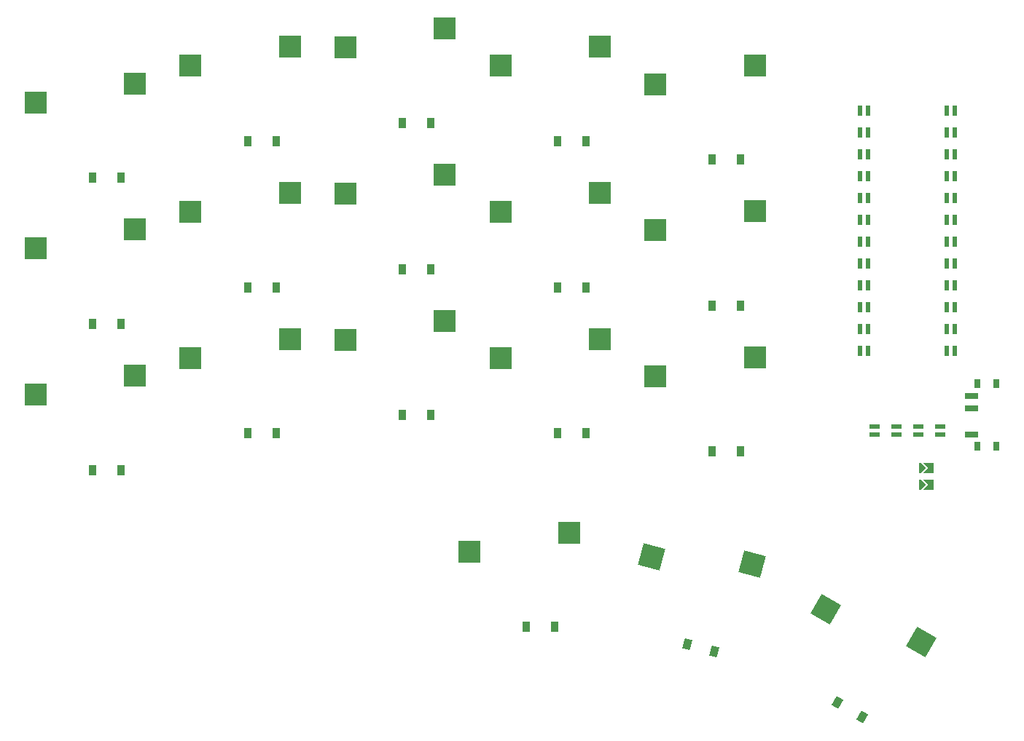
<source format=gbr>
%TF.GenerationSoftware,KiCad,Pcbnew,8.0.1*%
%TF.CreationDate,2024-12-01T01:33:27+09:00*%
%TF.ProjectId,corney_island_wireless_autorouted,636f726e-6579-45f6-9973-6c616e645f77,0.2*%
%TF.SameCoordinates,Original*%
%TF.FileFunction,Paste,Top*%
%TF.FilePolarity,Positive*%
%FSLAX46Y46*%
G04 Gerber Fmt 4.6, Leading zero omitted, Abs format (unit mm)*
G04 Created by KiCad (PCBNEW 8.0.1) date 2024-12-01 01:33:27*
%MOMM*%
%LPD*%
G01*
G04 APERTURE LIST*
G04 Aperture macros list*
%AMRotRect*
0 Rectangle, with rotation*
0 The origin of the aperture is its center*
0 $1 length*
0 $2 width*
0 $3 Rotation angle, in degrees counterclockwise*
0 Add horizontal line*
21,1,$1,$2,0,0,$3*%
%AMFreePoly0*
4,1,6,0.600000,-1.000000,0.000000,-0.400000,-0.600000,-1.000000,-0.600000,0.250000,0.600000,0.250000,0.600000,-1.000000,0.600000,-1.000000,$1*%
%AMFreePoly1*
4,1,6,0.600000,-0.200000,0.600000,-0.400000,-0.600000,-0.400000,-0.600000,-0.200000,0.000000,0.400000,0.600000,-0.200000,0.600000,-0.200000,$1*%
G04 Aperture macros list end*
%ADD10R,0.900000X1.200000*%
%ADD11R,2.600000X2.600000*%
%ADD12R,0.600000X1.200000*%
%ADD13RotRect,2.600000X2.600000X330.000000*%
%ADD14R,0.800000X1.000000*%
%ADD15R,1.500000X0.700000*%
%ADD16RotRect,0.900000X1.200000X150.000000*%
%ADD17RotRect,0.900000X1.200000X165.000000*%
%ADD18RotRect,2.600000X2.600000X345.000000*%
%ADD19FreePoly0,270.000000*%
%ADD20FreePoly1,270.000000*%
%ADD21R,1.200000X0.600000*%
G04 APERTURE END LIST*
D10*
%TO.C,D27*%
X137650000Y-64625000D03*
X134350000Y-64625000D03*
%TD*%
D11*
%TO.C,S29*%
X157275000Y-72800000D03*
X145725000Y-75000000D03*
%TD*%
%TO.C,S25*%
X139275000Y-87675000D03*
X127725000Y-89875000D03*
%TD*%
D12*
%TO.C,MCU1*%
X187520000Y-91110000D03*
X198480000Y-91110000D03*
X187520000Y-88570000D03*
X198480000Y-88570000D03*
X187520000Y-86030000D03*
X198480000Y-86030000D03*
X187520000Y-83490000D03*
X198480000Y-83490000D03*
X187520000Y-80950000D03*
X198480000Y-80950000D03*
X187520000Y-78410000D03*
X198480000Y-78410000D03*
X187520000Y-75870000D03*
X198480000Y-75870000D03*
X187520000Y-73330000D03*
X198480000Y-73330000D03*
X187520000Y-70790000D03*
X198480000Y-70790000D03*
X187520000Y-68250000D03*
X198480000Y-68250000D03*
X187520000Y-65710000D03*
X198480000Y-65710000D03*
X187520000Y-63170000D03*
X198480000Y-63170000D03*
X197580000Y-63170000D03*
X197580000Y-65710000D03*
X197580000Y-68250000D03*
X197580000Y-70790000D03*
X197580000Y-73330000D03*
X197580000Y-75870000D03*
X197580000Y-78410000D03*
X197580000Y-80950000D03*
X197580000Y-83490000D03*
X197580000Y-86030000D03*
X197580000Y-88570000D03*
X197580000Y-91110000D03*
X188420000Y-91110000D03*
X188420000Y-88570000D03*
X188420000Y-86030000D03*
X188420000Y-83490000D03*
X188420000Y-80950000D03*
X188420000Y-78410000D03*
X188420000Y-75870000D03*
X188420000Y-73330000D03*
X188420000Y-70790000D03*
X188420000Y-68250000D03*
X188420000Y-65710000D03*
X188420000Y-63170000D03*
%TD*%
D10*
%TO.C,D32*%
X173650000Y-85875000D03*
X170350000Y-85875000D03*
%TD*%
%TO.C,D30*%
X155650000Y-66750000D03*
X152350000Y-66750000D03*
%TD*%
D11*
%TO.C,S21*%
X103275000Y-60050000D03*
X91725000Y-62250000D03*
%TD*%
D10*
%TO.C,D19*%
X101650000Y-105000000D03*
X98350000Y-105000000D03*
%TD*%
%TO.C,D26*%
X137650000Y-81625000D03*
X134350000Y-81625000D03*
%TD*%
D13*
%TO.C,S36*%
X194642133Y-125057149D03*
X183539540Y-121187405D03*
%TD*%
D11*
%TO.C,S22*%
X121275000Y-89800000D03*
X109725000Y-92000000D03*
%TD*%
%TO.C,S31*%
X175275000Y-91925000D03*
X163725000Y-94125000D03*
%TD*%
D10*
%TO.C,D33*%
X173650000Y-68875000D03*
X170350000Y-68875000D03*
%TD*%
D14*
%TO.C,PWR1*%
X201115000Y-94975000D03*
X201115000Y-102275000D03*
X203325000Y-94975000D03*
X203325000Y-102275000D03*
D15*
X200465000Y-100875000D03*
X200465000Y-97875000D03*
X200465000Y-96375000D03*
%TD*%
D11*
%TO.C,S26*%
X139275000Y-70675000D03*
X127725000Y-72875000D03*
%TD*%
D10*
%TO.C,D20*%
X101650000Y-88000000D03*
X98350000Y-88000000D03*
%TD*%
D11*
%TO.C,S32*%
X175275000Y-74925000D03*
X163725000Y-77125000D03*
%TD*%
D10*
%TO.C,D21*%
X101650000Y-71000000D03*
X98350000Y-71000000D03*
%TD*%
%TO.C,D31*%
X173650000Y-102875000D03*
X170350000Y-102875000D03*
%TD*%
D16*
%TO.C,D36*%
X187759842Y-133727700D03*
X184901958Y-132077700D03*
%TD*%
D10*
%TO.C,D28*%
X155650000Y-100750000D03*
X152350000Y-100750000D03*
%TD*%
%TO.C,D29*%
X155650000Y-83750000D03*
X152350000Y-83750000D03*
%TD*%
D17*
%TO.C,D35*%
X170592978Y-126150650D03*
X167405422Y-125296550D03*
%TD*%
D10*
%TO.C,D23*%
X119650000Y-83750000D03*
X116350000Y-83750000D03*
%TD*%
D11*
%TO.C,S27*%
X139275000Y-53675000D03*
X127725000Y-55875000D03*
%TD*%
D10*
%TO.C,D22*%
X119650000Y-100750000D03*
X116350000Y-100750000D03*
%TD*%
D11*
%TO.C,S33*%
X175275000Y-57925000D03*
X163725000Y-60125000D03*
%TD*%
D18*
%TO.C,S35*%
X174996680Y-115994374D03*
X163270835Y-115130051D03*
%TD*%
D11*
%TO.C,S23*%
X121275000Y-72800000D03*
X109725000Y-75000000D03*
%TD*%
%TO.C,S24*%
X121275000Y-55800000D03*
X109725000Y-58000000D03*
%TD*%
%TO.C,S34*%
X153675000Y-112325000D03*
X142125000Y-114525000D03*
%TD*%
%TO.C,S30*%
X157275000Y-55800000D03*
X145725000Y-58000000D03*
%TD*%
%TO.C,S28*%
X157275000Y-89800000D03*
X145725000Y-92000000D03*
%TD*%
D10*
%TO.C,D24*%
X119650000Y-66750000D03*
X116350000Y-66750000D03*
%TD*%
D19*
%TO.C,JST1*%
X195816000Y-106750000D03*
X195816000Y-104750000D03*
D20*
X194800000Y-106750000D03*
X194800000Y-104750000D03*
%TD*%
D11*
%TO.C,S20*%
X103275000Y-77050000D03*
X91725000Y-79250000D03*
%TD*%
%TO.C,S19*%
X103275000Y-94050000D03*
X91725000Y-96250000D03*
%TD*%
D10*
%TO.C,D34*%
X152050000Y-123275000D03*
X148750000Y-123275000D03*
%TD*%
D21*
%TO.C,DISP1*%
X189190000Y-100850000D03*
X191730000Y-100850000D03*
X194270000Y-100850000D03*
X196810000Y-100850000D03*
X189190000Y-99950000D03*
X191730000Y-99950000D03*
X194270000Y-99950000D03*
X196810000Y-99950000D03*
%TD*%
D10*
%TO.C,D25*%
X137650000Y-98625000D03*
X134350000Y-98625000D03*
%TD*%
M02*

</source>
